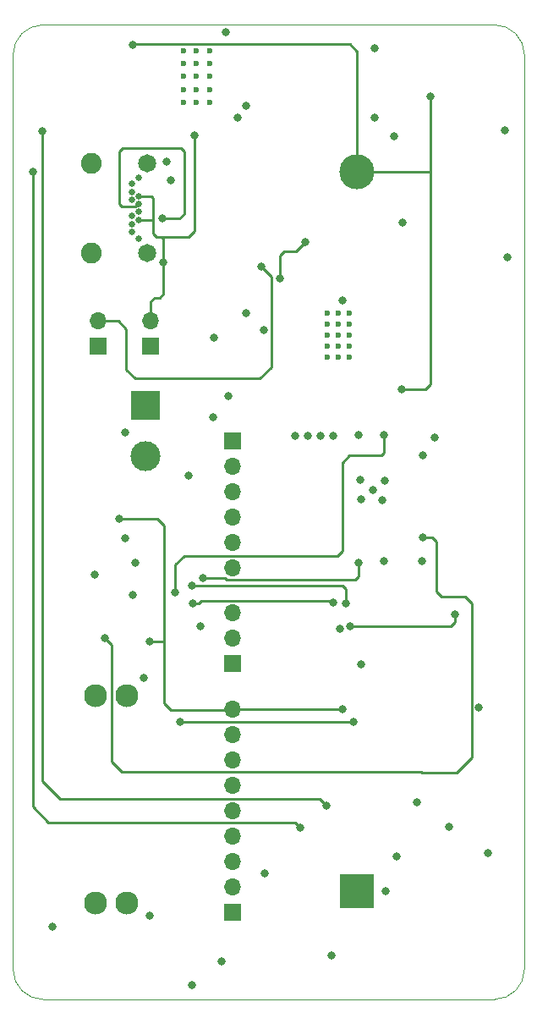
<source format=gbr>
%TF.GenerationSoftware,KiCad,Pcbnew,(5.1.10)-1*%
%TF.CreationDate,2021-09-02T16:56:43-04:00*%
%TF.ProjectId,buoy-c,62756f79-2d63-42e6-9b69-6361645f7063,1.0*%
%TF.SameCoordinates,Original*%
%TF.FileFunction,Copper,L3,Inr*%
%TF.FilePolarity,Positive*%
%FSLAX46Y46*%
G04 Gerber Fmt 4.6, Leading zero omitted, Abs format (unit mm)*
G04 Created by KiCad (PCBNEW (5.1.10)-1) date 2021-09-02 16:56:43*
%MOMM*%
%LPD*%
G01*
G04 APERTURE LIST*
%TA.AperFunction,Profile*%
%ADD10C,0.050000*%
%TD*%
%TA.AperFunction,ComponentPad*%
%ADD11C,3.500000*%
%TD*%
%TA.AperFunction,ComponentPad*%
%ADD12R,3.500000X3.500000*%
%TD*%
%TA.AperFunction,ComponentPad*%
%ADD13C,2.300000*%
%TD*%
%TA.AperFunction,ComponentPad*%
%ADD14O,1.700000X1.700000*%
%TD*%
%TA.AperFunction,ComponentPad*%
%ADD15R,1.700000X1.700000*%
%TD*%
%TA.AperFunction,ComponentPad*%
%ADD16C,0.650000*%
%TD*%
%TA.AperFunction,ComponentPad*%
%ADD17C,1.815000*%
%TD*%
%TA.AperFunction,ComponentPad*%
%ADD18C,2.085000*%
%TD*%
%TA.AperFunction,ComponentPad*%
%ADD19R,3.000000X3.000000*%
%TD*%
%TA.AperFunction,ComponentPad*%
%ADD20C,3.000000*%
%TD*%
%TA.AperFunction,ComponentPad*%
%ADD21C,0.600000*%
%TD*%
%TA.AperFunction,ViaPad*%
%ADD22C,0.800000*%
%TD*%
%TA.AperFunction,Conductor*%
%ADD23C,0.250000*%
%TD*%
G04 APERTURE END LIST*
D10*
X151750000Y-194500000D02*
G75*
G02*
X148750000Y-197500000I-3000000J0D01*
G01*
X148750000Y-100000000D02*
G75*
G02*
X151750000Y-103000000I0J-3000000D01*
G01*
X103550000Y-197500000D02*
G75*
G02*
X100550000Y-194500000I0J3000000D01*
G01*
X100550000Y-103000000D02*
G75*
G02*
X103550000Y-100000000I3000000J0D01*
G01*
X103550000Y-197500000D02*
X148750000Y-197500000D01*
X103550000Y-100000000D02*
X148750000Y-100000000D01*
X151750000Y-103000000D02*
X151750000Y-194500000D01*
X100550000Y-103000000D02*
X100550000Y-194500000D01*
D11*
%TO.N,+BATT*%
%TO.C,J5*%
X134975600Y-114700000D03*
D12*
%TO.N,GND*%
X134975600Y-186700000D03*
%TD*%
D13*
%TO.N,BAT-CR2032*%
%TO.C,J2*%
X108822360Y-187892660D03*
X111922360Y-187892660D03*
X111922360Y-167092660D03*
X108822360Y-167092660D03*
%TD*%
D14*
%TO.N,/5V_USB*%
%TO.C,J3*%
X114345720Y-129646680D03*
D15*
%TO.N,GND*%
X114345720Y-132186680D03*
%TD*%
D14*
%TO.N,ESP_IO2*%
%TO.C,J10*%
X122521980Y-154302460D03*
%TO.N,ESP_IO15*%
X122521980Y-151762460D03*
%TO.N,ESP_IO8*%
X122521980Y-149222460D03*
%TO.N,ESP_IO7*%
X122521980Y-146682460D03*
%TO.N,ESP_IO6*%
X122521980Y-144142460D03*
D15*
%TO.N,GND*%
X122521980Y-141602460D03*
%TD*%
D14*
%TO.N,+BATT*%
%TO.C,J7*%
X109062520Y-129646680D03*
D15*
%TO.N,GND*%
X109062520Y-132186680D03*
%TD*%
D14*
%TO.N,VDD*%
%TO.C,J14*%
X122521980Y-168455340D03*
%TO.N,Net-(J14-Pad8)*%
X122521980Y-170995340D03*
%TO.N,GND*%
X122521980Y-173535340D03*
%TO.N,SCL*%
X122521980Y-176075340D03*
%TO.N,SDA*%
X122521980Y-178615340D03*
%TO.N,Net-(J14-Pad4)*%
X122521980Y-181155340D03*
%TO.N,Net-(J14-Pad3)*%
X122521980Y-183695340D03*
%TO.N,Net-(J14-Pad2)*%
X122521980Y-186235340D03*
D15*
%TO.N,Net-(J14-Pad1)*%
X122521980Y-188775340D03*
%TD*%
D16*
%TO.N,GND*%
%TO.C,J1*%
X113164020Y-121370820D03*
%TO.N,Net-(J1-PadB2)*%
X112464020Y-120720820D03*
%TO.N,Net-(J1-PadB3)*%
X112464020Y-119920820D03*
%TO.N,/5V_USB*%
X113164020Y-119520820D03*
%TO.N,Net-(J1-PadB5)*%
X112464020Y-119120820D03*
%TO.N,/FB2*%
X113164020Y-118720820D03*
%TO.N,/FB1*%
X113164020Y-117920820D03*
%TO.N,Net-(J1-PadB8)*%
X112464020Y-117520820D03*
%TO.N,/5V_USB*%
X113164020Y-117120820D03*
%TO.N,Net-(J1-PadB10)*%
X112464020Y-116720820D03*
%TO.N,Net-(J1-PadB11)*%
X112464020Y-115920820D03*
%TO.N,GND*%
X113164020Y-115270820D03*
D17*
X113964020Y-113820820D03*
D18*
X108364020Y-113820820D03*
X108364020Y-122820820D03*
D17*
X113964020Y-122820820D03*
%TD*%
D14*
%TO.N,PWM_SERVO*%
%TO.C,J8*%
X122521980Y-158826200D03*
%TO.N,+5V*%
X122521980Y-161366200D03*
D15*
%TO.N,GND*%
X122521980Y-163906200D03*
%TD*%
D19*
%TO.N,GND*%
%TO.C,J11*%
X113797080Y-138046460D03*
D20*
%TO.N,Net-(J11-Pad2)*%
X113797080Y-143126460D03*
%TD*%
D21*
%TO.N,GND*%
%TO.C,U2*%
X117615180Y-102578860D03*
X118915180Y-102578860D03*
X120215180Y-102578860D03*
X117615180Y-103878860D03*
X118915180Y-103878860D03*
X120215180Y-103878860D03*
X117615180Y-105178860D03*
X118915180Y-105178860D03*
X120215180Y-105178860D03*
X117615180Y-106478860D03*
X118915180Y-106478860D03*
X120215180Y-106478860D03*
X117615180Y-107778860D03*
X118915180Y-107778860D03*
X120215180Y-107778860D03*
%TD*%
%TO.N,GND*%
%TO.C,U6*%
X134196000Y-128884320D03*
X133096000Y-128884320D03*
X131996000Y-128884320D03*
X131996000Y-129984320D03*
X133096000Y-129984320D03*
X134196000Y-129984320D03*
X131996000Y-131084320D03*
X133096000Y-131084320D03*
X134196000Y-131084320D03*
X131996000Y-132184320D03*
X133096000Y-132184320D03*
X134196000Y-132184320D03*
X131996000Y-133284320D03*
X133096000Y-133284320D03*
X134196000Y-133284320D03*
%TD*%
D22*
%TO.N,+BATT*%
X125364240Y-124195840D03*
X142379700Y-107190540D03*
X112506760Y-102041960D03*
X139418060Y-136474200D03*
%TO.N,GND*%
X137749280Y-145572480D03*
X137500360Y-147561300D03*
X135387080Y-147436840D03*
X135305800Y-145531840D03*
X138965940Y-183194960D03*
X148099780Y-182864760D03*
X114195860Y-189108080D03*
X139527280Y-119773700D03*
X133504940Y-127541020D03*
X125679200Y-130535680D03*
X136541600Y-146530300D03*
X133240780Y-160383220D03*
X147185140Y-168290480D03*
X122085100Y-137162540D03*
X118127780Y-145061940D03*
X108752640Y-154967940D03*
X113596420Y-165366700D03*
X118473180Y-196088040D03*
%TO.N,BAT-CR2032*%
X135364220Y-163946840D03*
X117236240Y-169743120D03*
X134622540Y-169743120D03*
%TO.N,/5V_USB*%
X115575080Y-123802140D03*
X118752620Y-111102140D03*
X137820400Y-186697500D03*
%TO.N,Net-(C4-Pad1)*%
X123911360Y-108127800D03*
X136728200Y-102346760D03*
%TO.N,Net-(C4-Pad2)*%
X123019820Y-109245400D03*
X136768840Y-109245400D03*
%TO.N,+3V3*%
X121851420Y-100759260D03*
X138739880Y-111175800D03*
%TO.N,/D+*%
X129303780Y-180284120D03*
X102524560Y-114701320D03*
%TO.N,/D-*%
X131894580Y-178122580D03*
X103487220Y-110599220D03*
%TO.N,VDD*%
X144805400Y-158958280D03*
X142793720Y-141287500D03*
X134285140Y-160144040D03*
X133520180Y-168455340D03*
X114254280Y-161655760D03*
X111158020Y-149420580D03*
X150066380Y-123217300D03*
X149806660Y-110517940D03*
%TO.N,+5V*%
X123842780Y-128874520D03*
X120642380Y-131297680D03*
X120586500Y-139298680D03*
%TO.N,ESP_EN*%
X141571980Y-143073120D03*
X121406920Y-193664840D03*
%TO.N,Net-(D2-Pad2)*%
X127292100Y-125374400D03*
X129791460Y-121770140D03*
%TO.N,Net-(J1-PadA5)*%
X115920520Y-113708180D03*
%TO.N,PWM_SERVO*%
X130101340Y-141094460D03*
%TO.N,/RTS*%
X132420360Y-193126360D03*
X144211040Y-180273960D03*
%TO.N,EN_3V3*%
X112809020Y-153821300D03*
%TO.N,EN_5V*%
X135100060Y-141046200D03*
X111777780Y-140771880D03*
%TO.N,SDA*%
X137683240Y-153687780D03*
%TO.N,SCL*%
X141470380Y-153642060D03*
%TO.N,INT_RTC*%
X131335780Y-141124940D03*
%TO.N,BUTTON_INT*%
X137668000Y-141051280D03*
X116801900Y-156814520D03*
%TO.N,BUTTON_KILL*%
X112533260Y-157010100D03*
%TO.N,LORA_MOSI*%
X109712760Y-161315400D03*
X141541500Y-151267160D03*
%TO.N,LORA_MISO*%
X135107680Y-153835100D03*
X119529860Y-155308300D03*
%TO.N,LORA_SCK*%
X133880860Y-157848300D03*
X118457980Y-156065220D03*
%TO.N,LORA_NSS*%
X132600700Y-157772100D03*
X118521480Y-157894020D03*
%TO.N,LORA_RST*%
X128823720Y-141124940D03*
X119306340Y-160159700D03*
%TO.N,RST_RTC*%
X132626100Y-141137640D03*
%TO.N,Net-(J9-Pad3)*%
X111734600Y-151386540D03*
%TO.N,Net-(J4-Pad3)*%
X104523540Y-190200280D03*
X141003020Y-177779680D03*
X125702060Y-184873900D03*
%TO.N,/FB1*%
X115461172Y-119393326D03*
%TO.N,/FB2*%
X116385300Y-115554800D03*
%TD*%
D23*
%TO.N,+BATT*%
X111897160Y-130487420D02*
X111056420Y-129646680D01*
X112801400Y-135384540D02*
X111897160Y-134480300D01*
X111897160Y-134480300D02*
X111897160Y-130487420D01*
X125255020Y-135384540D02*
X112801400Y-135384540D01*
X126400560Y-134239000D02*
X125255020Y-135384540D01*
X126400560Y-130887322D02*
X126400560Y-134239000D01*
X126404201Y-130883681D02*
X126400560Y-130887322D01*
X111056420Y-129646680D02*
X109062520Y-129646680D01*
X126404201Y-125235801D02*
X126404201Y-130883681D01*
X125364240Y-124195840D02*
X126404201Y-125235801D01*
X112594861Y-101953859D02*
X112506760Y-102041960D01*
X134275359Y-101953859D02*
X112594861Y-101953859D01*
X134975600Y-102654100D02*
X134275359Y-101953859D01*
X141843760Y-136474200D02*
X139418060Y-136474200D01*
X142379700Y-135938260D02*
X141843760Y-136474200D01*
X142379700Y-114091720D02*
X142379700Y-107190540D01*
X142379700Y-114630200D02*
X142379700Y-114091720D01*
X142274240Y-114700000D02*
X142379700Y-114805460D01*
X134975600Y-114700000D02*
X142274240Y-114700000D01*
X142379700Y-114805460D02*
X142379700Y-135938260D01*
X142379700Y-114630200D02*
X142379700Y-114805460D01*
X134975600Y-102654100D02*
X134975600Y-114700000D01*
%TO.N,BAT-CR2032*%
X117236240Y-169743120D02*
X134622540Y-169743120D01*
%TO.N,/5V_USB*%
X113164020Y-117120820D02*
X114375080Y-117120820D01*
X114375080Y-117120820D02*
X114579400Y-117325140D01*
X114579400Y-120901460D02*
X114881660Y-121203720D01*
X114881660Y-121203720D02*
X115354100Y-121203720D01*
X115575080Y-121424700D02*
X115575080Y-123802140D01*
X115354100Y-121203720D02*
X115575080Y-121424700D01*
X114545260Y-119520820D02*
X114579400Y-119486680D01*
X113164020Y-119520820D02*
X114545260Y-119520820D01*
X114579400Y-119486680D02*
X114579400Y-120901460D01*
X114579400Y-117325140D02*
X114579400Y-119486680D01*
X115354100Y-121203720D02*
X118163340Y-121203720D01*
X118752620Y-120614440D02*
X118752620Y-111102140D01*
X118163340Y-121203720D02*
X118752620Y-120614440D01*
X115575080Y-123802140D02*
X115575080Y-126911100D01*
X115575080Y-126911100D02*
X115204240Y-127281940D01*
X115204240Y-127281940D02*
X114721640Y-127281940D01*
X114345720Y-127657860D02*
X114345720Y-129646680D01*
X114721640Y-127281940D02*
X114345720Y-127657860D01*
%TO.N,/D+*%
X102524560Y-178208940D02*
X102524560Y-114701320D01*
X104105961Y-179790341D02*
X102524560Y-178208940D01*
X128810001Y-179790341D02*
X104105961Y-179790341D01*
X129303780Y-180284120D02*
X128810001Y-179790341D01*
X102524560Y-114701320D02*
X102524560Y-114642900D01*
%TO.N,/D-*%
X103487220Y-110599220D02*
X103487220Y-125854460D01*
X103487220Y-125854460D02*
X103510080Y-125877320D01*
X103510080Y-125877320D02*
X103510080Y-175696880D01*
X131212339Y-177440339D02*
X131894580Y-178122580D01*
X105253539Y-177440339D02*
X131212339Y-177440339D01*
X103510080Y-175696880D02*
X105253539Y-177440339D01*
%TO.N,VDD*%
X134285140Y-160144040D02*
X144374020Y-160144040D01*
X144805400Y-159712660D02*
X144805400Y-158958280D01*
X144374020Y-160144040D02*
X144805400Y-159712660D01*
X122521980Y-168455340D02*
X133520180Y-168455340D01*
X122409659Y-168567661D02*
X116368121Y-168567661D01*
X122521980Y-168455340D02*
X122409659Y-168567661D01*
X116368121Y-168567661D02*
X115671600Y-167871140D01*
X114957860Y-149420580D02*
X111158020Y-149420580D01*
X115671600Y-150134320D02*
X114957860Y-149420580D01*
X115600480Y-161655760D02*
X115671600Y-161726880D01*
X114254280Y-161655760D02*
X115600480Y-161655760D01*
X115671600Y-161726880D02*
X115671600Y-150134320D01*
X115671600Y-167871140D02*
X115671600Y-161726880D01*
%TO.N,Net-(D2-Pad2)*%
X127292100Y-125374400D02*
X127292100Y-123050300D01*
X127292100Y-123050300D02*
X127688340Y-122654060D01*
X128907540Y-122654060D02*
X129791460Y-121770140D01*
X127688340Y-122654060D02*
X128907540Y-122654060D01*
%TO.N,BUTTON_INT*%
X116801900Y-156814520D02*
X116801900Y-154010360D01*
X117684801Y-153127459D02*
X133016241Y-153127459D01*
X116801900Y-154010360D02*
X117684801Y-153127459D01*
X133016241Y-153127459D02*
X133548120Y-152595580D01*
X133548120Y-152595580D02*
X133548120Y-143799560D01*
X133548120Y-143799560D02*
X134246620Y-143101060D01*
X134246620Y-143101060D02*
X137419080Y-143101060D01*
X137668000Y-142852140D02*
X137668000Y-141051280D01*
X137419080Y-143101060D02*
X137668000Y-142852140D01*
%TO.N,LORA_MOSI*%
X110447359Y-162049999D02*
X110447359Y-173756859D01*
X109712760Y-161315400D02*
X110447359Y-162049999D01*
X110447359Y-173756859D02*
X111455200Y-174764700D01*
X111455200Y-174764700D02*
X141444980Y-174764700D01*
X141444980Y-174764700D02*
X141490700Y-174810420D01*
X141490700Y-174810420D02*
X144934940Y-174810420D01*
X146460139Y-173285221D02*
X146460139Y-157852039D01*
X144934940Y-174810420D02*
X146460139Y-173285221D01*
X146460139Y-157852039D02*
X145846800Y-157238700D01*
X145846800Y-157238700D02*
X144396460Y-157238700D01*
X144396460Y-157238700D02*
X144388840Y-157231080D01*
X144388840Y-157231080D02*
X143464280Y-157231080D01*
X143464280Y-157231080D02*
X142941040Y-156707840D01*
X142941040Y-156707840D02*
X142941040Y-151724360D01*
X142483840Y-151267160D02*
X141541500Y-151267160D01*
X142941040Y-151724360D02*
X142483840Y-151267160D01*
%TO.N,LORA_MISO*%
X121957979Y-155477461D02*
X134836919Y-155477461D01*
X121788818Y-155308300D02*
X121957979Y-155477461D01*
X119529860Y-155308300D02*
X121788818Y-155308300D01*
X135107680Y-155206700D02*
X135107680Y-153835100D01*
X134836919Y-155477461D02*
X135107680Y-155206700D01*
%TO.N,LORA_SCK*%
X118457980Y-156065220D02*
X133515100Y-156065220D01*
X133880860Y-156430980D02*
X133880860Y-157848300D01*
X133515100Y-156065220D02*
X133880860Y-156430980D01*
%TO.N,LORA_NSS*%
X119368821Y-157651199D02*
X132479799Y-157651199D01*
X119126000Y-157894020D02*
X119368821Y-157651199D01*
X132479799Y-157651199D02*
X132600700Y-157772100D01*
X118521480Y-157894020D02*
X119126000Y-157894020D01*
%TO.N,/FB1*%
X117202594Y-119393326D02*
X115461172Y-119393326D01*
X111178340Y-117937280D02*
X111178340Y-112692180D01*
X111411881Y-118170821D02*
X111178340Y-117937280D01*
X111498380Y-112372140D02*
X117398800Y-112372140D01*
X113164020Y-117920820D02*
X113164020Y-117981060D01*
X111178340Y-112692180D02*
X111498380Y-112372140D01*
X113164020Y-117981060D02*
X113074261Y-118070819D01*
X112776021Y-118170821D02*
X111411881Y-118170821D01*
X112876023Y-118070819D02*
X112776021Y-118170821D01*
X113074261Y-118070819D02*
X112876023Y-118070819D01*
X117685820Y-118910100D02*
X117202594Y-119393326D01*
X117398800Y-112372140D02*
X117685820Y-112659160D01*
X117685820Y-112659160D02*
X117685820Y-118910100D01*
%TD*%
M02*

</source>
